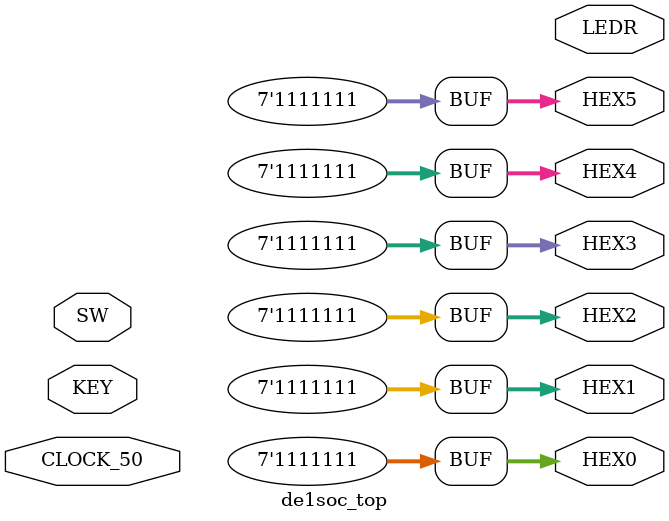
<source format=sv>
module de1soc_top 
(
	// These are the inputs/outputs available on the DE1-SoC board.
	// Feel free to use the subset of these that you need -- unused pins will be ignored.
	// Please note that this project also specifies the correct board  
	// and loads the pin assignments so you do not need to worry about when using this kit. 
	
    // Clock pins
    input CLOCK_50,

    // Seven Segment Displays
    output [6:0] HEX0,
    output [6:0] HEX1,
    output [6:0] HEX2,
    output [6:0] HEX3,
    output [6:0] HEX4,
    output [6:0] HEX5,

    // Pushbuttons
    input [3:0] KEY,
	// Note that the KEYs are active low, i.e., they are 1'b1 when not pressed. 
	// So if you want them to be 1 when pressed, connect them as ~KEY[0].

    // LEDs
    output [9:0] LEDR,

    // Slider Switches
    input [9:0] SW
);
	
	// Declare the signals you need to connect the top level signals to your design. 	
	// data_out is a sample 4-bit signal to show how to connect to the LEDRs and HEX. 
	logic [3:0] data_out;
	
	// < Instantiate your module here> 	
	dct_nios u0 (
		.clk_clk (CLOCK_50)  // clk.clk
	);
	
		
	// Turn off HEXes you don't need
	assign HEX0 = '1;
	assign HEX1 = '1;
	assign HEX2 = '1;
	assign HEX3 = '1;
	assign HEX4 = '1;
	assign HEX5 = '1;
	
endmodule



</source>
